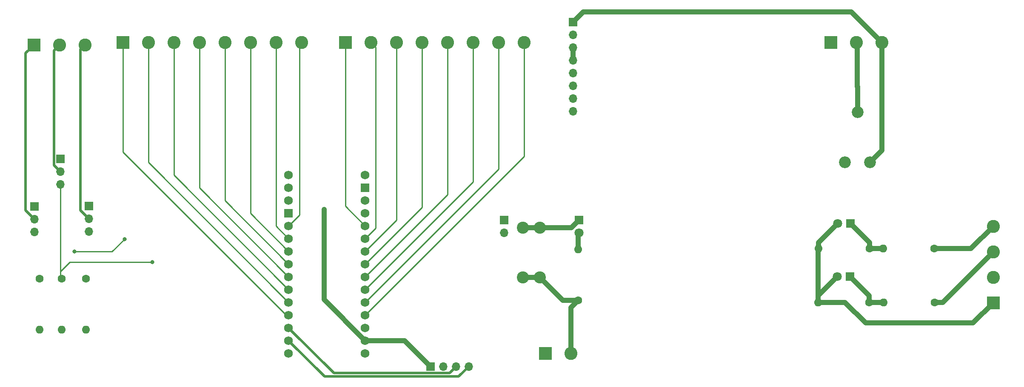
<source format=gtl>
%TF.GenerationSoftware,KiCad,Pcbnew,7.0.8*%
%TF.CreationDate,2024-09-15T13:04:07-06:00*%
%TF.ProjectId,CANBOARD_REV1,43414e42-4f41-4524-945f-524556312e6b,rev?*%
%TF.SameCoordinates,Original*%
%TF.FileFunction,Copper,L1,Top*%
%TF.FilePolarity,Positive*%
%FSLAX46Y46*%
G04 Gerber Fmt 4.6, Leading zero omitted, Abs format (unit mm)*
G04 Created by KiCad (PCBNEW 7.0.8) date 2024-09-15 13:04:07*
%MOMM*%
%LPD*%
G01*
G04 APERTURE LIST*
%TA.AperFunction,ComponentPad*%
%ADD10C,1.600000*%
%TD*%
%TA.AperFunction,ComponentPad*%
%ADD11O,1.600000X1.600000*%
%TD*%
%TA.AperFunction,ComponentPad*%
%ADD12R,2.600000X2.600000*%
%TD*%
%TA.AperFunction,ComponentPad*%
%ADD13C,2.600000*%
%TD*%
%TA.AperFunction,ComponentPad*%
%ADD14C,1.727200*%
%TD*%
%TA.AperFunction,ComponentPad*%
%ADD15R,1.727200X1.727200*%
%TD*%
%TA.AperFunction,ComponentPad*%
%ADD16R,1.700000X1.700000*%
%TD*%
%TA.AperFunction,ComponentPad*%
%ADD17O,1.700000X1.700000*%
%TD*%
%TA.AperFunction,ComponentPad*%
%ADD18C,2.400000*%
%TD*%
%TA.AperFunction,ComponentPad*%
%ADD19R,1.800000X1.800000*%
%TD*%
%TA.AperFunction,ComponentPad*%
%ADD20C,1.800000*%
%TD*%
%TA.AperFunction,ComponentPad*%
%ADD21C,2.340000*%
%TD*%
%TA.AperFunction,ViaPad*%
%ADD22C,0.800000*%
%TD*%
%TA.AperFunction,Conductor*%
%ADD23C,0.250000*%
%TD*%
%TA.AperFunction,Conductor*%
%ADD24C,0.500000*%
%TD*%
%TA.AperFunction,Conductor*%
%ADD25C,1.000000*%
%TD*%
G04 APERTURE END LIST*
D10*
%TO.P,R4,1*%
%TO.N,/V_in_unreg*%
X135181000Y-78002500D03*
D11*
%TO.P,R4,2*%
%TO.N,Net-(D1-A)*%
X135181000Y-67842500D03*
%TD*%
D12*
%TO.P,J3,1,Pin_1*%
%TO.N,/Seat*%
X26915000Y-27100000D03*
D13*
%TO.P,J3,2,Pin_2*%
%TO.N,/Brake*%
X31995000Y-27100000D03*
%TO.P,J3,3,Pin_3*%
%TO.N,/Neutral*%
X37075000Y-27100000D03*
%TD*%
D12*
%TO.P,J1,1,Pin_1*%
%TO.N,/A7*%
X88920000Y-26600000D03*
D13*
%TO.P,J1,2,Pin_2*%
%TO.N,/A6*%
X94000000Y-26600000D03*
%TO.P,J1,3,Pin_3*%
%TO.N,/A5{slash}SCL*%
X99080000Y-26600000D03*
%TO.P,J1,4,Pin_4*%
%TO.N,/A4{slash}SDA*%
X104160000Y-26600000D03*
%TO.P,J1,5,Pin_5*%
%TO.N,/A3*%
X109240000Y-26600000D03*
%TO.P,J1,6,Pin_6*%
%TO.N,/A2*%
X114320000Y-26600000D03*
%TO.P,J1,7,Pin_7*%
%TO.N,/A1*%
X119400000Y-26600000D03*
%TO.P,J1,8,Pin_8*%
%TO.N,/A0*%
X124480000Y-26600000D03*
%TD*%
D14*
%TO.P,A1,3V3,3.3V*%
%TO.N,+3V3*%
X92820000Y-86020000D03*
%TO.P,A1,5V,5V*%
%TO.N,+5V*%
X92820000Y-60620000D03*
%TO.P,A1,A0,A0*%
%TO.N,/A0*%
X92820000Y-80940000D03*
%TO.P,A1,A1,A1*%
%TO.N,/A1*%
X92820000Y-78400000D03*
%TO.P,A1,A2,A2*%
%TO.N,/A2*%
X92820000Y-75860000D03*
%TO.P,A1,A3,A3*%
%TO.N,/A3*%
X92820000Y-73320000D03*
%TO.P,A1,A4,A4/SDA*%
%TO.N,/A4{slash}SDA*%
X92820000Y-70780000D03*
%TO.P,A1,A5,A5/SCL*%
%TO.N,/A5{slash}SCL*%
X92820000Y-68240000D03*
%TO.P,A1,A6,A6*%
%TO.N,/A6*%
X92820000Y-65700000D03*
%TO.P,A1,A7,A7*%
%TO.N,/A7*%
X92820000Y-63160000D03*
%TO.P,A1,B0,B0*%
%TO.N,unconnected-(A1-PadB0)*%
X92820000Y-83480000D03*
%TO.P,A1,B1,B1*%
%TO.N,unconnected-(A1-PadB1)*%
X92820000Y-58080000D03*
%TO.P,A1,D0,D0/RX*%
%TO.N,unconnected-(A1-D0{slash}RX-PadD0)*%
X77580000Y-55540000D03*
%TO.P,A1,D1,D1/TX*%
%TO.N,unconnected-(A1-D1{slash}TX-PadD1)*%
X77580000Y-53000000D03*
%TO.P,A1,D2,D2*%
%TO.N,/D2*%
X77580000Y-63160000D03*
%TO.P,A1,D3,D3*%
%TO.N,/D3*%
X77580000Y-65700000D03*
%TO.P,A1,D4,D4*%
%TO.N,/D4*%
X77580000Y-68240000D03*
%TO.P,A1,D5,D5*%
%TO.N,/D5*%
X77580000Y-70780000D03*
%TO.P,A1,D6,D6*%
%TO.N,/D6*%
X77580000Y-73320000D03*
%TO.P,A1,D7,D7*%
%TO.N,/D7*%
X77580000Y-75860000D03*
%TO.P,A1,D8,D8*%
%TO.N,/D8*%
X77580000Y-78400000D03*
%TO.P,A1,D9,D9*%
%TO.N,/D9*%
X77580000Y-80940000D03*
%TO.P,A1,D10,D10*%
%TO.N,/CAN_RX*%
X77580000Y-83480000D03*
%TO.P,A1,D11,D11_MOSI*%
%TO.N,/CAN_TX*%
X77580000Y-86020000D03*
%TO.P,A1,D12,D12_MISO*%
%TO.N,unconnected-(A1-D12_MISO-PadD12)*%
X77580000Y-88560000D03*
%TO.P,A1,D13,D13_SCK*%
%TO.N,unconnected-(A1-D13_SCK-PadD13)*%
X92820000Y-88560000D03*
D15*
%TO.P,A1,GND1,GND*%
%TO.N,GND*%
X77580000Y-60620000D03*
%TO.P,A1,GND2,GND*%
X92820000Y-55540000D03*
D14*
%TO.P,A1,RST,~{RESET}*%
%TO.N,unconnected-(A1-~{RESET}-PadRST)*%
X77580000Y-58080000D03*
%TO.P,A1,VIN,VIN*%
%TO.N,/V_in*%
X92820000Y-53000000D03*
%TD*%
D16*
%TO.P,J5,1,Pin_1*%
%TO.N,+5V*%
X134200000Y-22520000D03*
D17*
%TO.P,J5,2,Pin_2*%
X134200000Y-25060000D03*
%TO.P,J5,3,Pin_3*%
%TO.N,+3V3*%
X134200000Y-27600000D03*
%TO.P,J5,4,Pin_4*%
X134200000Y-30140000D03*
%TO.P,J5,5,Pin_5*%
%TO.N,GND*%
X134200000Y-32680000D03*
%TO.P,J5,6,Pin_6*%
X134200000Y-35220000D03*
%TO.P,J5,7,Pin_7*%
X134200000Y-37760000D03*
%TO.P,J5,8,Pin_8*%
X134200000Y-40300000D03*
%TD*%
D18*
%TO.P,F1,1*%
%TO.N,/V_in_unreg*%
X124196000Y-73480000D03*
%TO.P,F1,2*%
%TO.N,/V_in*%
X124196000Y-63560000D03*
%TO.P,F1,3*%
%TO.N,/V_in_unreg*%
X127596000Y-73480000D03*
%TO.P,F1,4*%
%TO.N,/V_in*%
X127596000Y-63560000D03*
%TD*%
D19*
%TO.P,D2,1,K*%
%TO.N,Net-(D2-K)*%
X189375000Y-62700000D03*
D20*
%TO.P,D2,2,A*%
%TO.N,+12V*%
X186835000Y-62700000D03*
%TD*%
D19*
%TO.P,D3,1,K*%
%TO.N,Net-(D3-K)*%
X189275000Y-73300000D03*
D20*
%TO.P,D3,2,A*%
%TO.N,+12V*%
X186735000Y-73300000D03*
%TD*%
D12*
%TO.P,J8,1,Pin_1*%
%TO.N,+12V*%
X217805000Y-78520000D03*
D13*
%TO.P,J8,2,Pin_2*%
%TO.N,GND*%
X217805000Y-73440000D03*
%TO.P,J8,3,Pin_3*%
%TO.N,/PIN_M_MIL*%
X217805000Y-68360000D03*
%TO.P,J8,4,Pin_4*%
%TO.N,/PIN_N_Oil*%
X217805000Y-63280000D03*
%TD*%
D12*
%TO.P,J6,1,Pin_1*%
%TO.N,GND*%
X128690000Y-88637000D03*
D13*
%TO.P,J6,2,Pin_2*%
%TO.N,/V_in_unreg*%
X133770000Y-88637000D03*
%TD*%
D10*
%TO.P,R8,1*%
%TO.N,/PIN_M_MIL*%
X206180000Y-78400000D03*
D11*
%TO.P,R8,2*%
%TO.N,Net-(D3-K)*%
X196020000Y-78400000D03*
%TD*%
D10*
%TO.P,R5,1*%
%TO.N,Net-(D2-K)*%
X193180000Y-67700000D03*
D11*
%TO.P,R5,2*%
%TO.N,+12V*%
X183020000Y-67700000D03*
%TD*%
D21*
%TO.P,RV1,1,1*%
%TO.N,+5V*%
X193315000Y-50503000D03*
%TO.P,RV1,2,2*%
%TO.N,/Accel_sig*%
X190815000Y-40503000D03*
%TO.P,RV1,3,3*%
%TO.N,GND*%
X188315000Y-50503000D03*
%TD*%
D16*
%TO.P,J4,1,Pin_1*%
%TO.N,+3V3*%
X105840000Y-91183000D03*
D17*
%TO.P,J4,2,Pin_2*%
%TO.N,GND*%
X108380000Y-91183000D03*
%TO.P,J4,3,Pin_3*%
%TO.N,/CAN_RX*%
X110920000Y-91183000D03*
%TO.P,J4,4,Pin_4*%
%TO.N,/CAN_TX*%
X113460000Y-91183000D03*
%TD*%
D16*
%TO.P,J9,1,Pin_1*%
%TO.N,/V_in*%
X120440000Y-62028000D03*
D17*
%TO.P,J9,2,Pin_2*%
%TO.N,+5V*%
X120440000Y-64568000D03*
%TD*%
D10*
%TO.P,R1,1*%
%TO.N,/D2*%
X28000000Y-73720000D03*
D11*
%TO.P,R1,2*%
%TO.N,GND*%
X28000000Y-83880000D03*
%TD*%
D12*
%TO.P,J7,1,Pin_1*%
%TO.N,GND*%
X185515000Y-26600000D03*
D13*
%TO.P,J7,2,Pin_2*%
%TO.N,/Accel_sig*%
X190595000Y-26600000D03*
%TO.P,J7,3,Pin_3*%
%TO.N,+5V*%
X195675000Y-26600000D03*
%TD*%
D10*
%TO.P,R6,1*%
%TO.N,Net-(D3-K)*%
X193100000Y-78400000D03*
D11*
%TO.P,R6,2*%
%TO.N,+12V*%
X182940000Y-78400000D03*
%TD*%
D12*
%TO.P,J2,1,Pin_1*%
%TO.N,/D9*%
X44640000Y-26600000D03*
D13*
%TO.P,J2,2,Pin_2*%
%TO.N,/D8*%
X49720000Y-26600000D03*
%TO.P,J2,3,Pin_3*%
%TO.N,/D7*%
X54800000Y-26600000D03*
%TO.P,J2,4,Pin_4*%
%TO.N,/D6*%
X59880000Y-26600000D03*
%TO.P,J2,5,Pin_5*%
%TO.N,/D5*%
X64960000Y-26600000D03*
%TO.P,J2,6,Pin_6*%
%TO.N,/D4*%
X70040000Y-26600000D03*
%TO.P,J2,7,Pin_7*%
%TO.N,/D3*%
X75120000Y-26600000D03*
%TO.P,J2,8,Pin_8*%
%TO.N,/D2*%
X80200000Y-26600000D03*
%TD*%
D10*
%TO.P,R7,1*%
%TO.N,/PIN_N_Oil*%
X206100000Y-67700000D03*
D11*
%TO.P,R7,2*%
%TO.N,Net-(D2-K)*%
X195940000Y-67700000D03*
%TD*%
D19*
%TO.P,D1,1,K*%
%TO.N,/V_in*%
X135381000Y-62047500D03*
D20*
%TO.P,D1,2,A*%
%TO.N,Net-(D1-A)*%
X135381000Y-64587500D03*
%TD*%
D16*
%TO.P,Q1,1,D*%
%TO.N,+3V3*%
X27000000Y-59320000D03*
D17*
%TO.P,Q1,2,G*%
%TO.N,/Seat*%
X27000000Y-61860000D03*
%TO.P,Q1,3,S*%
%TO.N,/D2*%
X27000000Y-64400000D03*
%TD*%
D10*
%TO.P,R2,1*%
%TO.N,/D3*%
X32400000Y-73720000D03*
D11*
%TO.P,R2,2*%
%TO.N,GND*%
X32400000Y-83880000D03*
%TD*%
D16*
%TO.P,Q2,1,D*%
%TO.N,+3V3*%
X32200000Y-49860000D03*
D17*
%TO.P,Q2,2,G*%
%TO.N,/Brake*%
X32200000Y-52400000D03*
%TO.P,Q2,3,S*%
%TO.N,/D3*%
X32200000Y-54940000D03*
%TD*%
D16*
%TO.P,Q3,1,D*%
%TO.N,+3V3*%
X37800000Y-59200000D03*
D17*
%TO.P,Q3,2,G*%
%TO.N,/Neutral*%
X37800000Y-61740000D03*
%TO.P,Q3,3,S*%
%TO.N,/D4*%
X37800000Y-64280000D03*
%TD*%
D10*
%TO.P,R3,1*%
%TO.N,/D4*%
X37200000Y-73720000D03*
D11*
%TO.P,R3,2*%
%TO.N,GND*%
X37200000Y-83880000D03*
%TD*%
D22*
%TO.N,/D2*%
X34940000Y-68303000D03*
X44940000Y-65803000D03*
%TO.N,/D3*%
X50440000Y-70403000D03*
%TO.N,+3V3*%
X84640000Y-59903000D03*
%TD*%
D23*
%TO.N,/A0*%
X124480000Y-26600000D02*
X124480000Y-49280000D01*
X124480000Y-49280000D02*
X92820000Y-80940000D01*
%TO.N,/A1*%
X119400000Y-26600000D02*
X119400000Y-51820000D01*
X119400000Y-51820000D02*
X92820000Y-78400000D01*
%TO.N,/A2*%
X114320000Y-26600000D02*
X114320000Y-54360000D01*
X114320000Y-54360000D02*
X92820000Y-75860000D01*
%TO.N,/A3*%
X109240000Y-56900000D02*
X92820000Y-73320000D01*
X109240000Y-26600000D02*
X109240000Y-56900000D01*
%TO.N,/A6*%
X94000000Y-26600000D02*
X94915741Y-27515741D01*
X94915741Y-63604259D02*
X92820000Y-65700000D01*
X94915741Y-27515741D02*
X94915741Y-63604259D01*
%TO.N,/A7*%
X88920000Y-26600000D02*
X88920000Y-59260000D01*
X88920000Y-59260000D02*
X92820000Y-63160000D01*
%TO.N,/A4{slash}SDA*%
X104160000Y-26600000D02*
X104160000Y-59440000D01*
X104160000Y-59440000D02*
X92820000Y-70780000D01*
%TO.N,/A5{slash}SCL*%
X99080000Y-26600000D02*
X99080000Y-61980000D01*
X99080000Y-61980000D02*
X92820000Y-68240000D01*
%TO.N,/D6*%
X59880000Y-26600000D02*
X59880000Y-55620000D01*
X59880000Y-55620000D02*
X77580000Y-73320000D01*
%TO.N,/D7*%
X54800000Y-26600000D02*
X54800000Y-53080000D01*
X54800000Y-53080000D02*
X77580000Y-75860000D01*
%TO.N,/D8*%
X49720000Y-26600000D02*
X49720000Y-50540000D01*
X49720000Y-50540000D02*
X77580000Y-78400000D01*
%TO.N,/D9*%
X44640000Y-26600000D02*
X44640000Y-48503000D01*
X77077000Y-80940000D02*
X77580000Y-80940000D01*
X44640000Y-48503000D02*
X77077000Y-80940000D01*
D24*
%TO.N,/Neutral*%
X36159259Y-28015741D02*
X36159259Y-60099259D01*
X36159259Y-60099259D02*
X37800000Y-61740000D01*
X37075000Y-27100000D02*
X36159259Y-28015741D01*
%TO.N,/Brake*%
X30900000Y-51100000D02*
X32200000Y-52400000D01*
X31995000Y-27100000D02*
X30900000Y-28195000D01*
X30900000Y-28195000D02*
X30900000Y-51100000D01*
%TO.N,/Seat*%
X25240000Y-60100000D02*
X27000000Y-61860000D01*
X26915000Y-27100000D02*
X25240000Y-28775000D01*
X25240000Y-28775000D02*
X25240000Y-60100000D01*
D25*
%TO.N,+5V*%
X195675000Y-48143000D02*
X195675000Y-26600000D01*
X193315000Y-50503000D02*
X195675000Y-48143000D01*
X189578000Y-20503000D02*
X195675000Y-26600000D01*
X134200000Y-22520000D02*
X136217000Y-20503000D01*
X136217000Y-20503000D02*
X189578000Y-20503000D01*
%TO.N,/V_in*%
X133868500Y-63560000D02*
X135381000Y-62047500D01*
X124196000Y-63560000D02*
X127596000Y-63560000D01*
X127596000Y-63560000D02*
X133868500Y-63560000D01*
D23*
%TO.N,/D2*%
X42440000Y-68303000D02*
X44940000Y-65803000D01*
X79740000Y-27060000D02*
X79740000Y-61000000D01*
X80200000Y-26600000D02*
X79740000Y-27060000D01*
X79740000Y-61000000D02*
X77580000Y-63160000D01*
X34940000Y-68303000D02*
X42440000Y-68303000D01*
%TO.N,/D3*%
X75120000Y-26600000D02*
X75120000Y-63240000D01*
X50440000Y-70403000D02*
X34040000Y-70403000D01*
X32200000Y-72243000D02*
X32200000Y-72703000D01*
X32200000Y-72703000D02*
X32200000Y-73520000D01*
X75120000Y-63240000D02*
X77580000Y-65700000D01*
X32200000Y-54940000D02*
X32200000Y-72703000D01*
X32200000Y-73520000D02*
X32400000Y-73720000D01*
X34040000Y-70403000D02*
X32200000Y-72243000D01*
%TO.N,/D4*%
X70040000Y-60700000D02*
X77580000Y-68240000D01*
X70040000Y-26600000D02*
X70040000Y-60700000D01*
%TO.N,/D5*%
X64960000Y-26600000D02*
X64960000Y-58160000D01*
X64960000Y-58160000D02*
X77580000Y-70780000D01*
D24*
%TO.N,/CAN_TX*%
X84760000Y-93200000D02*
X77580000Y-86020000D01*
X111443000Y-93200000D02*
X84760000Y-93200000D01*
X113460000Y-91183000D02*
X111443000Y-93200000D01*
%TO.N,/CAN_RX*%
X86600000Y-92500000D02*
X77580000Y-83480000D01*
X109603000Y-92500000D02*
X86600000Y-92500000D01*
X110920000Y-91183000D02*
X109603000Y-92500000D01*
D25*
%TO.N,+3V3*%
X134200000Y-30140000D02*
X134200000Y-27600000D01*
X92820000Y-86020000D02*
X84640000Y-77840000D01*
X84640000Y-77840000D02*
X84640000Y-59903000D01*
X100677000Y-86020000D02*
X105840000Y-91183000D01*
X92820000Y-86020000D02*
X100677000Y-86020000D01*
%TO.N,Net-(D1-A)*%
X135181000Y-64787500D02*
X135381000Y-64587500D01*
X135181000Y-67842500D02*
X135181000Y-64787500D01*
%TO.N,/V_in_unreg*%
X127596000Y-73480000D02*
X124196000Y-73480000D01*
X133770000Y-88637000D02*
X133770000Y-79413500D01*
X135181000Y-78002500D02*
X132118500Y-78002500D01*
X132118500Y-78002500D02*
X127596000Y-73480000D01*
X133770000Y-79413500D02*
X135181000Y-78002500D01*
%TO.N,Net-(D2-K)*%
X193180000Y-67700000D02*
X193180000Y-66505000D01*
X193180000Y-66505000D02*
X189375000Y-62700000D01*
X193180000Y-67700000D02*
X195940000Y-67700000D01*
%TO.N,+12V*%
X182940000Y-77020000D02*
X182940000Y-67780000D01*
X182940000Y-78400000D02*
X182940000Y-77020000D01*
X182940000Y-67780000D02*
X183020000Y-67700000D01*
X183020000Y-66515000D02*
X186835000Y-62700000D01*
X213805000Y-82520000D02*
X217805000Y-78520000D01*
X182940000Y-78400000D02*
X188285000Y-78400000D01*
X183015000Y-77020000D02*
X186735000Y-73300000D01*
X188285000Y-78400000D02*
X192405000Y-82520000D01*
X192405000Y-82520000D02*
X213805000Y-82520000D01*
X182940000Y-77020000D02*
X183015000Y-77020000D01*
X183020000Y-67700000D02*
X183020000Y-66515000D01*
D23*
X217805000Y-78520000D02*
X217480000Y-78520000D01*
D25*
%TO.N,Net-(D3-K)*%
X193100000Y-77125000D02*
X189275000Y-73300000D01*
X193100000Y-78400000D02*
X196020000Y-78400000D01*
X193100000Y-78400000D02*
X193100000Y-77125000D01*
%TO.N,/Accel_sig*%
X190750000Y-35400000D02*
X190750000Y-26755000D01*
X190815000Y-35465000D02*
X190815000Y-40503000D01*
X190750000Y-35400000D02*
X190815000Y-35465000D01*
X190750000Y-26755000D02*
X190595000Y-26600000D01*
%TO.N,/PIN_M_MIL*%
X207765000Y-78400000D02*
X217805000Y-68360000D01*
X206180000Y-78400000D02*
X207765000Y-78400000D01*
%TO.N,/PIN_N_Oil*%
X213385000Y-67700000D02*
X217805000Y-63280000D01*
X206100000Y-67700000D02*
X213385000Y-67700000D01*
%TD*%
M02*

</source>
